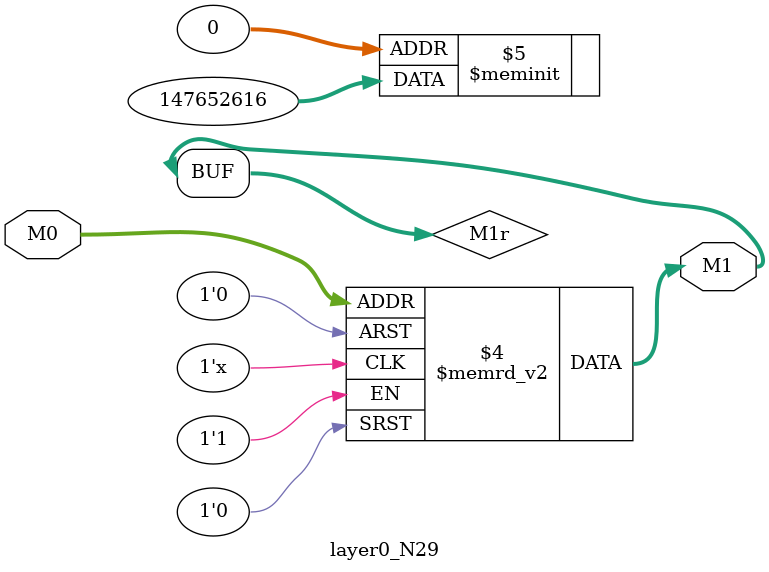
<source format=v>
module layer0_N29 ( input [3:0] M0, output [1:0] M1 );

	(*rom_style = "distributed" *) reg [1:0] M1r;
	assign M1 = M1r;
	always @ (M0) begin
		case (M0)
			4'b0000: M1r = 2'b00;
			4'b1000: M1r = 2'b01;
			4'b0100: M1r = 2'b00;
			4'b1100: M1r = 2'b00;
			4'b0010: M1r = 2'b00;
			4'b1010: M1r = 2'b00;
			4'b0110: M1r = 2'b00;
			4'b1110: M1r = 2'b00;
			4'b0001: M1r = 2'b10;
			4'b1001: M1r = 2'b11;
			4'b0101: M1r = 2'b00;
			4'b1101: M1r = 2'b10;
			4'b0011: M1r = 2'b00;
			4'b1011: M1r = 2'b11;
			4'b0111: M1r = 2'b00;
			4'b1111: M1r = 2'b00;

		endcase
	end
endmodule

</source>
